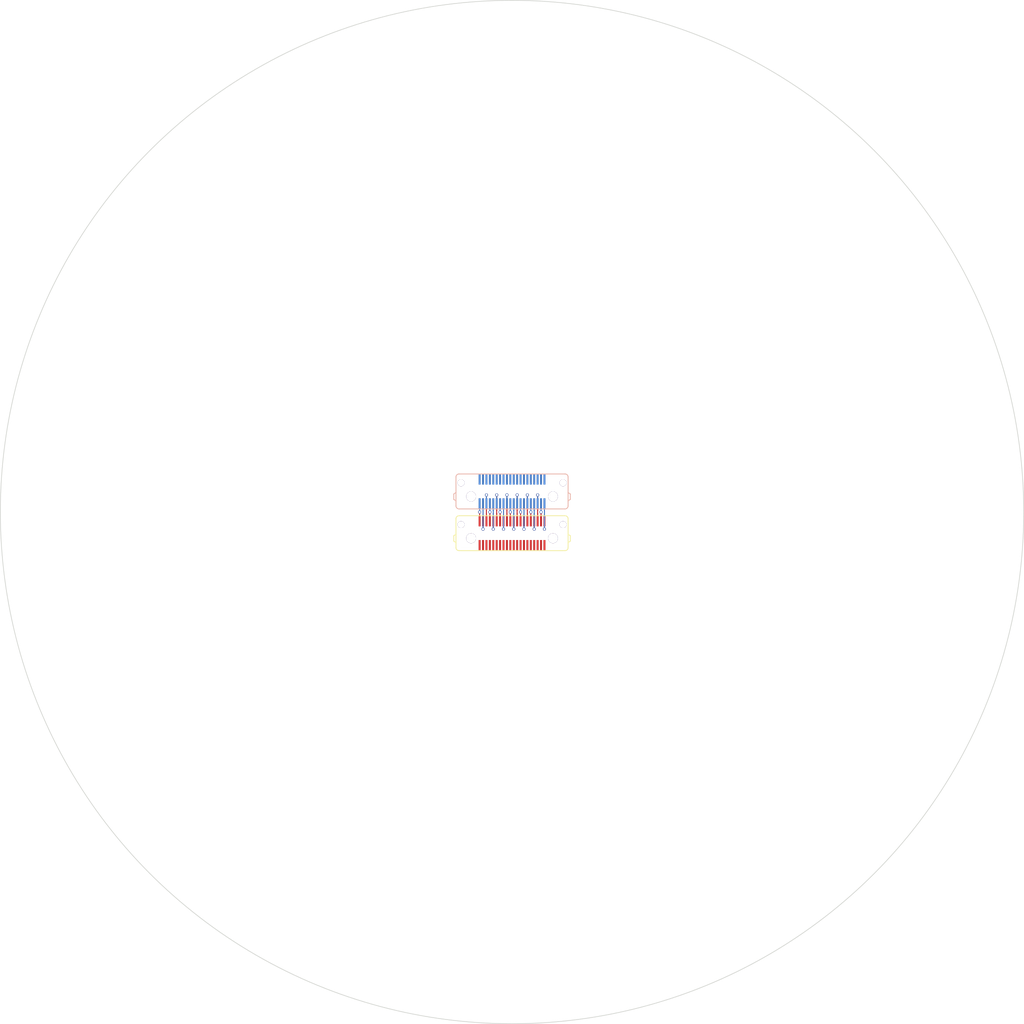
<source format=kicad_pcb>
(kicad_pcb (version 20171130) (host pcbnew "(5.1.0)-1")

  (general
    (thickness 1.6)
    (drawings 1)
    (tracks 112)
    (zones 0)
    (modules 2)
    (nets 61)
  )

  (page A4)
  (layers
    (0 F.Cu signal)
    (31 B.Cu signal)
    (32 B.Adhes user)
    (33 F.Adhes user)
    (34 B.Paste user)
    (35 F.Paste user)
    (36 B.SilkS user)
    (37 F.SilkS user)
    (38 B.Mask user)
    (39 F.Mask user)
    (40 Dwgs.User user)
    (41 Cmts.User user)
    (42 Eco1.User user)
    (43 Eco2.User user)
    (44 Edge.Cuts user)
    (45 Margin user)
    (46 B.CrtYd user)
    (47 F.CrtYd user)
    (48 B.Fab user)
    (49 F.Fab user)
  )

  (setup
    (last_trace_width 0.254)
    (user_trace_width 0.1524)
    (trace_clearance 0.2)
    (zone_clearance 0.508)
    (zone_45_only no)
    (trace_min 0.1524)
    (via_size 0.8)
    (via_drill 0.4)
    (via_min_size 0.3)
    (via_min_drill 0.3)
    (uvia_size 0.3)
    (uvia_drill 0.1)
    (uvias_allowed no)
    (uvia_min_size 0.2)
    (uvia_min_drill 0.1)
    (edge_width 0.1)
    (segment_width 0.2)
    (pcb_text_width 0.3)
    (pcb_text_size 1.5 1.5)
    (mod_edge_width 0.15)
    (mod_text_size 1 1)
    (mod_text_width 0.15)
    (pad_size 1.524 1.524)
    (pad_drill 0.762)
    (pad_to_mask_clearance 0)
    (aux_axis_origin 0 0)
    (visible_elements 7FFFFFFF)
    (pcbplotparams
      (layerselection 0x010fc_ffffffff)
      (usegerberextensions false)
      (usegerberattributes false)
      (usegerberadvancedattributes false)
      (creategerberjobfile false)
      (excludeedgelayer true)
      (linewidth 0.100000)
      (plotframeref false)
      (viasonmask false)
      (mode 1)
      (useauxorigin false)
      (hpglpennumber 1)
      (hpglpenspeed 20)
      (hpglpendiameter 15.000000)
      (psnegative false)
      (psa4output false)
      (plotreference true)
      (plotvalue true)
      (plotinvisibletext false)
      (padsonsilk false)
      (subtractmaskfromsilk false)
      (outputformat 1)
      (mirror false)
      (drillshape 1)
      (scaleselection 1)
      (outputdirectory ""))
  )

  (net 0 "")
  (net 1 "Net-(U1-Pad40)")
  (net 2 "Net-(U1-Pad39)")
  (net 3 "Net-(U1-Pad38)")
  (net 4 "Net-(U1-Pad37)")
  (net 5 "Net-(U1-Pad36)")
  (net 6 "Net-(U1-Pad35)")
  (net 7 "Net-(U1-Pad34)")
  (net 8 "Net-(U1-Pad33)")
  (net 9 "Net-(U1-Pad32)")
  (net 10 "Net-(U1-Pad31)")
  (net 11 "Net-(U1-Pad30)")
  (net 12 "Net-(U1-Pad29)")
  (net 13 "Net-(U1-Pad28)")
  (net 14 "Net-(U1-Pad27)")
  (net 15 "Net-(U1-Pad26)")
  (net 16 "Net-(U1-Pad25)")
  (net 17 "Net-(U1-Pad24)")
  (net 18 "Net-(U1-Pad23)")
  (net 19 "Net-(U1-Pad22)")
  (net 20 "Net-(U1-Pad21)")
  (net 21 "Net-(U1-Pad20)")
  (net 22 "Net-(U1-Pad19)")
  (net 23 "Net-(U1-Pad18)")
  (net 24 "Net-(U1-Pad17)")
  (net 25 "Net-(U1-Pad16)")
  (net 26 "Net-(U1-Pad15)")
  (net 27 "Net-(U1-Pad14)")
  (net 28 "Net-(U1-Pad13)")
  (net 29 "Net-(U1-Pad12)")
  (net 30 "Net-(U1-Pad11)")
  (net 31 "Net-(U1-Pad10)")
  (net 32 "Net-(U1-Pad9)")
  (net 33 "Net-(U1-Pad8)")
  (net 34 "Net-(U1-Pad7)")
  (net 35 "Net-(U1-Pad6)")
  (net 36 "Net-(U1-Pad5)")
  (net 37 "Net-(U1-Pad4)")
  (net 38 "Net-(U1-Pad3)")
  (net 39 "Net-(U1-Pad2)")
  (net 40 "Net-(U1-Pad1)")
  (net 41 "Net-(U2-Pad1)")
  (net 42 "Net-(U2-Pad3)")
  (net 43 "Net-(U2-Pad5)")
  (net 44 "Net-(U2-Pad7)")
  (net 45 "Net-(U2-Pad9)")
  (net 46 "Net-(U2-Pad11)")
  (net 47 "Net-(U2-Pad13)")
  (net 48 "Net-(U2-Pad15)")
  (net 49 "Net-(U2-Pad17)")
  (net 50 "Net-(U2-Pad19)")
  (net 51 "Net-(U2-Pad21)")
  (net 52 "Net-(U2-Pad23)")
  (net 53 "Net-(U2-Pad25)")
  (net 54 "Net-(U2-Pad27)")
  (net 55 "Net-(U2-Pad29)")
  (net 56 "Net-(U2-Pad31)")
  (net 57 "Net-(U2-Pad33)")
  (net 58 "Net-(U2-Pad35)")
  (net 59 "Net-(U2-Pad37)")
  (net 60 "Net-(U2-Pad39)")

  (net_class Default "This is the default net class."
    (clearance 0.2)
    (trace_width 0.254)
    (via_dia 0.8)
    (via_drill 0.4)
    (uvia_dia 0.3)
    (uvia_drill 0.1)
    (add_net "Net-(U1-Pad1)")
    (add_net "Net-(U1-Pad10)")
    (add_net "Net-(U1-Pad11)")
    (add_net "Net-(U1-Pad12)")
    (add_net "Net-(U1-Pad13)")
    (add_net "Net-(U1-Pad14)")
    (add_net "Net-(U1-Pad15)")
    (add_net "Net-(U1-Pad16)")
    (add_net "Net-(U1-Pad17)")
    (add_net "Net-(U1-Pad18)")
    (add_net "Net-(U1-Pad19)")
    (add_net "Net-(U1-Pad2)")
    (add_net "Net-(U1-Pad20)")
    (add_net "Net-(U1-Pad21)")
    (add_net "Net-(U1-Pad22)")
    (add_net "Net-(U1-Pad23)")
    (add_net "Net-(U1-Pad24)")
    (add_net "Net-(U1-Pad25)")
    (add_net "Net-(U1-Pad26)")
    (add_net "Net-(U1-Pad27)")
    (add_net "Net-(U1-Pad28)")
    (add_net "Net-(U1-Pad29)")
    (add_net "Net-(U1-Pad3)")
    (add_net "Net-(U1-Pad30)")
    (add_net "Net-(U1-Pad31)")
    (add_net "Net-(U1-Pad32)")
    (add_net "Net-(U1-Pad33)")
    (add_net "Net-(U1-Pad34)")
    (add_net "Net-(U1-Pad35)")
    (add_net "Net-(U1-Pad36)")
    (add_net "Net-(U1-Pad37)")
    (add_net "Net-(U1-Pad38)")
    (add_net "Net-(U1-Pad39)")
    (add_net "Net-(U1-Pad4)")
    (add_net "Net-(U1-Pad40)")
    (add_net "Net-(U1-Pad5)")
    (add_net "Net-(U1-Pad6)")
    (add_net "Net-(U1-Pad7)")
    (add_net "Net-(U1-Pad8)")
    (add_net "Net-(U1-Pad9)")
    (add_net "Net-(U2-Pad1)")
    (add_net "Net-(U2-Pad11)")
    (add_net "Net-(U2-Pad13)")
    (add_net "Net-(U2-Pad15)")
    (add_net "Net-(U2-Pad17)")
    (add_net "Net-(U2-Pad19)")
    (add_net "Net-(U2-Pad21)")
    (add_net "Net-(U2-Pad23)")
    (add_net "Net-(U2-Pad25)")
    (add_net "Net-(U2-Pad27)")
    (add_net "Net-(U2-Pad29)")
    (add_net "Net-(U2-Pad3)")
    (add_net "Net-(U2-Pad31)")
    (add_net "Net-(U2-Pad33)")
    (add_net "Net-(U2-Pad35)")
    (add_net "Net-(U2-Pad37)")
    (add_net "Net-(U2-Pad39)")
    (add_net "Net-(U2-Pad5)")
    (add_net "Net-(U2-Pad7)")
    (add_net "Net-(U2-Pad9)")
  )

  (module test:LSHM (layer B.Cu) (tedit 5C92D182) (tstamp 5CA535A5)
    (at 103.25 97.98 180)
    (path /5C92FA02)
    (fp_text reference U1 (at 0 4 180) (layer B.SilkS) hide
      (effects (font (size 1 1) (thickness 0.15)) (justify mirror))
    )
    (fp_text value LSHM (at 10.54 0.19 180) (layer B.Fab) hide
      (effects (font (size 1 1) (thickness 0.15)) (justify mirror))
    )
    (fp_arc (start 7.77 2.11) (end 7.77 2.56) (angle -90) (layer B.SilkS) (width 0.12))
    (fp_arc (start -7.77 2.11) (end -8.22 2.11) (angle -90) (layer B.SilkS) (width 0.12))
    (fp_arc (start 7.77 -2.11) (end 8.22 -2.11) (angle -90) (layer B.SilkS) (width 0.12))
    (fp_arc (start -7.77 -2.11) (end -7.77 -2.56) (angle -90) (layer B.SilkS) (width 0.12))
    (fp_line (start -7.77 -2.56) (end 7.77 -2.56) (layer B.SilkS) (width 0.12))
    (fp_line (start -7.77 2.56) (end 7.77 2.56) (layer B.SilkS) (width 0.12))
    (fp_line (start 8.22 -2.11) (end 8.22 2.11) (layer B.SilkS) (width 0.12))
    (fp_line (start -8.22 2.11) (end -8.22 -2.11) (layer B.SilkS) (width 0.12))
    (fp_line (start -8.54 -0.37) (end -8.54 -1.17) (layer B.SilkS) (width 0.12))
    (fp_line (start -8.54 -1.17) (end -8.22 -1.37) (layer B.SilkS) (width 0.12))
    (fp_line (start 8.54 -1.17) (end 8.22 -1.37) (layer B.SilkS) (width 0.12))
    (fp_line (start 8.54 -0.37) (end 8.54 -1.17) (layer B.SilkS) (width 0.12))
    (fp_line (start 8.54 -0.37) (end 8.22 -0.17) (layer B.SilkS) (width 0.12))
    (fp_line (start -8.54 -0.37) (end -8.22 -0.17) (layer B.SilkS) (width 0.12))
    (pad 41 thru_hole circle (at 6 -0.74 180) (size 1.45 1.45) (drill 1.45) (layers *.Cu *.Mask))
    (pad 41 thru_hole circle (at -6 -0.74 180) (size 1.45 1.45) (drill 1.45) (layers *.Cu *.Mask))
    (pad 41 thru_hole circle (at 7.475 1.26 180) (size 1 1) (drill 1) (layers *.Cu *.Mask))
    (pad 41 thru_hole circle (at -7.475 1.26 180) (size 1 1) (drill 1) (layers *.Cu *.Mask))
    (pad 40 smd rect (at -4.75 1.75 180) (size 0.3 1.5) (layers B.Cu B.Paste B.Mask)
      (net 1 "Net-(U1-Pad40)"))
    (pad 39 smd rect (at -4.75 -1.75 180) (size 0.3 1.5) (layers B.Cu B.Paste B.Mask)
      (net 2 "Net-(U1-Pad39)"))
    (pad 38 smd rect (at -4.25 1.75 180) (size 0.3 1.5) (layers B.Cu B.Paste B.Mask)
      (net 3 "Net-(U1-Pad38)"))
    (pad 37 smd rect (at -4.25 -1.75 180) (size 0.3 1.5) (layers B.Cu B.Paste B.Mask)
      (net 4 "Net-(U1-Pad37)"))
    (pad 36 smd rect (at -3.75 1.75 180) (size 0.3 1.5) (layers B.Cu B.Paste B.Mask)
      (net 5 "Net-(U1-Pad36)"))
    (pad 35 smd rect (at -3.75 -1.75 180) (size 0.3 1.5) (layers B.Cu B.Paste B.Mask)
      (net 6 "Net-(U1-Pad35)"))
    (pad 34 smd rect (at -3.25 1.75 180) (size 0.3 1.5) (layers B.Cu B.Paste B.Mask)
      (net 7 "Net-(U1-Pad34)"))
    (pad 33 smd rect (at -3.25 -1.75 180) (size 0.3 1.5) (layers B.Cu B.Paste B.Mask)
      (net 8 "Net-(U1-Pad33)"))
    (pad 32 smd rect (at -2.75 1.75 180) (size 0.3 1.5) (layers B.Cu B.Paste B.Mask)
      (net 9 "Net-(U1-Pad32)"))
    (pad 31 smd rect (at -2.75 -1.75 180) (size 0.3 1.5) (layers B.Cu B.Paste B.Mask)
      (net 10 "Net-(U1-Pad31)"))
    (pad 30 smd rect (at -2.25 1.75 180) (size 0.3 1.5) (layers B.Cu B.Paste B.Mask)
      (net 11 "Net-(U1-Pad30)"))
    (pad 29 smd rect (at -2.25 -1.75 180) (size 0.3 1.5) (layers B.Cu B.Paste B.Mask)
      (net 12 "Net-(U1-Pad29)"))
    (pad 28 smd rect (at -1.75 1.75 180) (size 0.3 1.5) (layers B.Cu B.Paste B.Mask)
      (net 13 "Net-(U1-Pad28)"))
    (pad 27 smd rect (at -1.75 -1.75 180) (size 0.3 1.5) (layers B.Cu B.Paste B.Mask)
      (net 14 "Net-(U1-Pad27)"))
    (pad 26 smd rect (at -1.25 1.75 180) (size 0.3 1.5) (layers B.Cu B.Paste B.Mask)
      (net 15 "Net-(U1-Pad26)"))
    (pad 25 smd rect (at -1.25 -1.75 180) (size 0.3 1.5) (layers B.Cu B.Paste B.Mask)
      (net 16 "Net-(U1-Pad25)"))
    (pad 24 smd rect (at -0.75 1.75 180) (size 0.3 1.5) (layers B.Cu B.Paste B.Mask)
      (net 17 "Net-(U1-Pad24)"))
    (pad 23 smd rect (at -0.75 -1.75 180) (size 0.3 1.5) (layers B.Cu B.Paste B.Mask)
      (net 18 "Net-(U1-Pad23)"))
    (pad 22 smd rect (at -0.25 1.75 180) (size 0.3 1.5) (layers B.Cu B.Paste B.Mask)
      (net 19 "Net-(U1-Pad22)"))
    (pad 21 smd rect (at -0.25 -1.75 180) (size 0.3 1.5) (layers B.Cu B.Paste B.Mask)
      (net 20 "Net-(U1-Pad21)"))
    (pad 20 smd rect (at 0.25 1.75 180) (size 0.3 1.5) (layers B.Cu B.Paste B.Mask)
      (net 21 "Net-(U1-Pad20)"))
    (pad 19 smd rect (at 0.25 -1.75 180) (size 0.3 1.5) (layers B.Cu B.Paste B.Mask)
      (net 22 "Net-(U1-Pad19)"))
    (pad 18 smd rect (at 0.75 1.75 180) (size 0.3 1.5) (layers B.Cu B.Paste B.Mask)
      (net 23 "Net-(U1-Pad18)"))
    (pad 17 smd rect (at 0.75 -1.75 180) (size 0.3 1.5) (layers B.Cu B.Paste B.Mask)
      (net 24 "Net-(U1-Pad17)"))
    (pad 16 smd rect (at 1.25 1.75 180) (size 0.3 1.5) (layers B.Cu B.Paste B.Mask)
      (net 25 "Net-(U1-Pad16)"))
    (pad 15 smd rect (at 1.25 -1.75 180) (size 0.3 1.5) (layers B.Cu B.Paste B.Mask)
      (net 26 "Net-(U1-Pad15)"))
    (pad 14 smd rect (at 1.75 1.75 180) (size 0.3 1.5) (layers B.Cu B.Paste B.Mask)
      (net 27 "Net-(U1-Pad14)"))
    (pad 13 smd rect (at 1.75 -1.75 180) (size 0.3 1.5) (layers B.Cu B.Paste B.Mask)
      (net 28 "Net-(U1-Pad13)"))
    (pad 12 smd rect (at 2.25 1.75 180) (size 0.3 1.5) (layers B.Cu B.Paste B.Mask)
      (net 29 "Net-(U1-Pad12)"))
    (pad 11 smd rect (at 2.25 -1.75 180) (size 0.3 1.5) (layers B.Cu B.Paste B.Mask)
      (net 30 "Net-(U1-Pad11)"))
    (pad 10 smd rect (at 2.75 1.75 180) (size 0.3 1.5) (layers B.Cu B.Paste B.Mask)
      (net 31 "Net-(U1-Pad10)"))
    (pad 9 smd rect (at 2.75 -1.75 180) (size 0.3 1.5) (layers B.Cu B.Paste B.Mask)
      (net 32 "Net-(U1-Pad9)"))
    (pad 8 smd rect (at 3.25 1.75 180) (size 0.3 1.5) (layers B.Cu B.Paste B.Mask)
      (net 33 "Net-(U1-Pad8)"))
    (pad 7 smd rect (at 3.25 -1.75 180) (size 0.3 1.5) (layers B.Cu B.Paste B.Mask)
      (net 34 "Net-(U1-Pad7)"))
    (pad 6 smd rect (at 3.75 1.75 180) (size 0.3 1.5) (layers B.Cu B.Paste B.Mask)
      (net 35 "Net-(U1-Pad6)"))
    (pad 5 smd rect (at 3.75 -1.75 180) (size 0.3 1.5) (layers B.Cu B.Paste B.Mask)
      (net 36 "Net-(U1-Pad5)"))
    (pad 4 smd rect (at 4.25 1.75 180) (size 0.3 1.5) (layers B.Cu B.Paste B.Mask)
      (net 37 "Net-(U1-Pad4)"))
    (pad 3 smd rect (at 4.25 -1.75 180) (size 0.3 1.5) (layers B.Cu B.Paste B.Mask)
      (net 38 "Net-(U1-Pad3)"))
    (pad 2 smd rect (at 4.75 1.75 180) (size 0.3 1.5) (layers B.Cu B.Paste B.Mask)
      (net 39 "Net-(U1-Pad2)"))
    (pad 1 smd rect (at 4.75 -1.75 180) (size 0.3 1.5) (layers B.Cu B.Paste B.Mask)
      (net 40 "Net-(U1-Pad1)"))
  )

  (module test:LSHM (layer F.Cu) (tedit 5C92D182) (tstamp 5CA535E3)
    (at 103.25 104.1)
    (path /5CA5CA20)
    (fp_text reference U2 (at 0 3.85) (layer F.SilkS) hide
      (effects (font (size 1 1) (thickness 0.15)))
    )
    (fp_text value LSHM (at 11.05 0.04) (layer F.Fab) hide
      (effects (font (size 1 1) (thickness 0.15)))
    )
    (fp_line (start -8.54 0.37) (end -8.22 0.17) (layer F.SilkS) (width 0.12))
    (fp_line (start 8.54 0.37) (end 8.22 0.17) (layer F.SilkS) (width 0.12))
    (fp_line (start 8.54 0.37) (end 8.54 1.17) (layer F.SilkS) (width 0.12))
    (fp_line (start 8.54 1.17) (end 8.22 1.37) (layer F.SilkS) (width 0.12))
    (fp_line (start -8.54 1.17) (end -8.22 1.37) (layer F.SilkS) (width 0.12))
    (fp_line (start -8.54 0.37) (end -8.54 1.17) (layer F.SilkS) (width 0.12))
    (fp_line (start -8.22 -2.11) (end -8.22 2.11) (layer F.SilkS) (width 0.12))
    (fp_line (start 8.22 2.11) (end 8.22 -2.11) (layer F.SilkS) (width 0.12))
    (fp_line (start -7.77 -2.56) (end 7.77 -2.56) (layer F.SilkS) (width 0.12))
    (fp_line (start -7.77 2.56) (end 7.77 2.56) (layer F.SilkS) (width 0.12))
    (fp_arc (start -7.77 2.11) (end -7.77 2.56) (angle 90) (layer F.SilkS) (width 0.12))
    (fp_arc (start 7.77 2.11) (end 8.22 2.11) (angle 90) (layer F.SilkS) (width 0.12))
    (fp_arc (start -7.77 -2.11) (end -8.22 -2.11) (angle 90) (layer F.SilkS) (width 0.12))
    (fp_arc (start 7.77 -2.11) (end 7.77 -2.56) (angle 90) (layer F.SilkS) (width 0.12))
    (pad 1 smd rect (at 4.75 1.75) (size 0.3 1.5) (layers F.Cu F.Paste F.Mask)
      (net 41 "Net-(U2-Pad1)"))
    (pad 2 smd rect (at 4.75 -1.75) (size 0.3 1.5) (layers F.Cu F.Paste F.Mask)
      (net 2 "Net-(U1-Pad39)"))
    (pad 3 smd rect (at 4.25 1.75) (size 0.3 1.5) (layers F.Cu F.Paste F.Mask)
      (net 42 "Net-(U2-Pad3)"))
    (pad 4 smd rect (at 4.25 -1.75) (size 0.3 1.5) (layers F.Cu F.Paste F.Mask)
      (net 4 "Net-(U1-Pad37)"))
    (pad 5 smd rect (at 3.75 1.75) (size 0.3 1.5) (layers F.Cu F.Paste F.Mask)
      (net 43 "Net-(U2-Pad5)"))
    (pad 6 smd rect (at 3.75 -1.75) (size 0.3 1.5) (layers F.Cu F.Paste F.Mask)
      (net 6 "Net-(U1-Pad35)"))
    (pad 7 smd rect (at 3.25 1.75) (size 0.3 1.5) (layers F.Cu F.Paste F.Mask)
      (net 44 "Net-(U2-Pad7)"))
    (pad 8 smd rect (at 3.25 -1.75) (size 0.3 1.5) (layers F.Cu F.Paste F.Mask)
      (net 8 "Net-(U1-Pad33)"))
    (pad 9 smd rect (at 2.75 1.75) (size 0.3 1.5) (layers F.Cu F.Paste F.Mask)
      (net 45 "Net-(U2-Pad9)"))
    (pad 10 smd rect (at 2.75 -1.75) (size 0.3 1.5) (layers F.Cu F.Paste F.Mask)
      (net 10 "Net-(U1-Pad31)"))
    (pad 11 smd rect (at 2.25 1.75) (size 0.3 1.5) (layers F.Cu F.Paste F.Mask)
      (net 46 "Net-(U2-Pad11)"))
    (pad 12 smd rect (at 2.25 -1.75) (size 0.3 1.5) (layers F.Cu F.Paste F.Mask)
      (net 12 "Net-(U1-Pad29)"))
    (pad 13 smd rect (at 1.75 1.75) (size 0.3 1.5) (layers F.Cu F.Paste F.Mask)
      (net 47 "Net-(U2-Pad13)"))
    (pad 14 smd rect (at 1.75 -1.75) (size 0.3 1.5) (layers F.Cu F.Paste F.Mask)
      (net 14 "Net-(U1-Pad27)"))
    (pad 15 smd rect (at 1.25 1.75) (size 0.3 1.5) (layers F.Cu F.Paste F.Mask)
      (net 48 "Net-(U2-Pad15)"))
    (pad 16 smd rect (at 1.25 -1.75) (size 0.3 1.5) (layers F.Cu F.Paste F.Mask)
      (net 16 "Net-(U1-Pad25)"))
    (pad 17 smd rect (at 0.75 1.75) (size 0.3 1.5) (layers F.Cu F.Paste F.Mask)
      (net 49 "Net-(U2-Pad17)"))
    (pad 18 smd rect (at 0.75 -1.75) (size 0.3 1.5) (layers F.Cu F.Paste F.Mask)
      (net 18 "Net-(U1-Pad23)"))
    (pad 19 smd rect (at 0.25 1.75) (size 0.3 1.5) (layers F.Cu F.Paste F.Mask)
      (net 50 "Net-(U2-Pad19)"))
    (pad 20 smd rect (at 0.25 -1.75) (size 0.3 1.5) (layers F.Cu F.Paste F.Mask)
      (net 20 "Net-(U1-Pad21)"))
    (pad 21 smd rect (at -0.25 1.75) (size 0.3 1.5) (layers F.Cu F.Paste F.Mask)
      (net 51 "Net-(U2-Pad21)"))
    (pad 22 smd rect (at -0.25 -1.75) (size 0.3 1.5) (layers F.Cu F.Paste F.Mask)
      (net 22 "Net-(U1-Pad19)"))
    (pad 23 smd rect (at -0.75 1.75) (size 0.3 1.5) (layers F.Cu F.Paste F.Mask)
      (net 52 "Net-(U2-Pad23)"))
    (pad 24 smd rect (at -0.75 -1.75) (size 0.3 1.5) (layers F.Cu F.Paste F.Mask)
      (net 24 "Net-(U1-Pad17)"))
    (pad 25 smd rect (at -1.25 1.75) (size 0.3 1.5) (layers F.Cu F.Paste F.Mask)
      (net 53 "Net-(U2-Pad25)"))
    (pad 26 smd rect (at -1.25 -1.75) (size 0.3 1.5) (layers F.Cu F.Paste F.Mask)
      (net 26 "Net-(U1-Pad15)"))
    (pad 27 smd rect (at -1.75 1.75) (size 0.3 1.5) (layers F.Cu F.Paste F.Mask)
      (net 54 "Net-(U2-Pad27)"))
    (pad 28 smd rect (at -1.75 -1.75) (size 0.3 1.5) (layers F.Cu F.Paste F.Mask)
      (net 28 "Net-(U1-Pad13)"))
    (pad 29 smd rect (at -2.25 1.75) (size 0.3 1.5) (layers F.Cu F.Paste F.Mask)
      (net 55 "Net-(U2-Pad29)"))
    (pad 30 smd rect (at -2.25 -1.75) (size 0.3 1.5) (layers F.Cu F.Paste F.Mask)
      (net 30 "Net-(U1-Pad11)"))
    (pad 31 smd rect (at -2.75 1.75) (size 0.3 1.5) (layers F.Cu F.Paste F.Mask)
      (net 56 "Net-(U2-Pad31)"))
    (pad 32 smd rect (at -2.75 -1.75) (size 0.3 1.5) (layers F.Cu F.Paste F.Mask)
      (net 32 "Net-(U1-Pad9)"))
    (pad 33 smd rect (at -3.25 1.75) (size 0.3 1.5) (layers F.Cu F.Paste F.Mask)
      (net 57 "Net-(U2-Pad33)"))
    (pad 34 smd rect (at -3.25 -1.75) (size 0.3 1.5) (layers F.Cu F.Paste F.Mask)
      (net 34 "Net-(U1-Pad7)"))
    (pad 35 smd rect (at -3.75 1.75) (size 0.3 1.5) (layers F.Cu F.Paste F.Mask)
      (net 58 "Net-(U2-Pad35)"))
    (pad 36 smd rect (at -3.75 -1.75) (size 0.3 1.5) (layers F.Cu F.Paste F.Mask)
      (net 36 "Net-(U1-Pad5)"))
    (pad 37 smd rect (at -4.25 1.75) (size 0.3 1.5) (layers F.Cu F.Paste F.Mask)
      (net 59 "Net-(U2-Pad37)"))
    (pad 38 smd rect (at -4.25 -1.75) (size 0.3 1.5) (layers F.Cu F.Paste F.Mask)
      (net 38 "Net-(U1-Pad3)"))
    (pad 39 smd rect (at -4.75 1.75) (size 0.3 1.5) (layers F.Cu F.Paste F.Mask)
      (net 60 "Net-(U2-Pad39)"))
    (pad 40 smd rect (at -4.75 -1.75) (size 0.3 1.5) (layers F.Cu F.Paste F.Mask)
      (net 40 "Net-(U1-Pad1)"))
    (pad 41 thru_hole circle (at -7.475 -1.26) (size 1 1) (drill 1) (layers *.Cu *.Mask))
    (pad 41 thru_hole circle (at 7.475 -1.26) (size 1 1) (drill 1) (layers *.Cu *.Mask))
    (pad 41 thru_hole circle (at -6 0.74) (size 1.45 1.45) (drill 1.45) (layers *.Cu *.Mask))
    (pad 41 thru_hole circle (at 6 0.74) (size 1.45 1.45) (drill 1.45) (layers *.Cu *.Mask))
  )

  (gr_circle (center 103.25 101) (end 178.25 101) (layer Edge.Cuts) (width 0.1))

  (via (at 108 103.5) (size 0.4524) (drill 0.3) (layers F.Cu B.Cu) (net 2) (tstamp 5CA54237))
  (segment (start 108 102.35) (end 108 103.5) (width 0.1524) (layer F.Cu) (net 2))
  (segment (start 108.002401 100.758847) (end 108.002401 101.497599) (width 0.1524) (layer B.Cu) (net 2))
  (segment (start 108 99.73) (end 108 100.756446) (width 0.1524) (layer B.Cu) (net 2))
  (segment (start 108 100.756446) (end 108.002401 100.758847) (width 0.1524) (layer B.Cu) (net 2))
  (segment (start 108 101.5) (end 108 103.5) (width 0.1524) (layer B.Cu) (net 2))
  (segment (start 108.002401 101.497599) (end 108 101.5) (width 0.1524) (layer B.Cu) (net 2))
  (via (at 107.5 101) (size 0.4524) (drill 0.3) (layers F.Cu B.Cu) (net 4) (tstamp 5CA54237))
  (segment (start 107.5 99.73) (end 107.5 101) (width 0.1524) (layer B.Cu) (net 4))
  (segment (start 107.5 102.35) (end 107.5 101) (width 0.1524) (layer F.Cu) (net 4))
  (via (at 107 98.5) (size 0.4524) (drill 0.3) (layers F.Cu B.Cu) (net 6) (tstamp 5CA54237))
  (segment (start 107 99.73) (end 107 98.5) (width 0.1524) (layer B.Cu) (net 6))
  (segment (start 106.997599 101.241153) (end 106.997599 100.752401) (width 0.1524) (layer F.Cu) (net 6))
  (segment (start 107 102.35) (end 107 101.243554) (width 0.1524) (layer F.Cu) (net 6))
  (segment (start 107 101.243554) (end 106.997599 101.241153) (width 0.1524) (layer F.Cu) (net 6))
  (segment (start 107 100.75) (end 107 98.5) (width 0.1524) (layer F.Cu) (net 6))
  (segment (start 106.997599 100.752401) (end 107 100.75) (width 0.1524) (layer F.Cu) (net 6))
  (via (at 106.5 103.5) (size 0.4524) (drill 0.3) (layers F.Cu B.Cu) (net 8) (tstamp 5CA54237))
  (segment (start 106.5 102.35) (end 106.5 103.5) (width 0.1524) (layer F.Cu) (net 8))
  (segment (start 106.502401 100.758847) (end 106.502401 101.247599) (width 0.1524) (layer B.Cu) (net 8))
  (segment (start 106.5 99.73) (end 106.5 100.756446) (width 0.1524) (layer B.Cu) (net 8))
  (segment (start 106.5 100.756446) (end 106.502401 100.758847) (width 0.1524) (layer B.Cu) (net 8))
  (segment (start 106.5 101.25) (end 106.5 103.5) (width 0.1524) (layer B.Cu) (net 8))
  (segment (start 106.502401 101.247599) (end 106.5 101.25) (width 0.1524) (layer B.Cu) (net 8))
  (via (at 106 101) (size 0.4524) (drill 0.3) (layers F.Cu B.Cu) (net 10) (tstamp 5CA54237))
  (segment (start 106 99.73) (end 106 101) (width 0.1524) (layer B.Cu) (net 10))
  (segment (start 106 102.35) (end 106 101) (width 0.1524) (layer F.Cu) (net 10))
  (via (at 105.5 98.5) (size 0.4524) (drill 0.3) (layers F.Cu B.Cu) (net 12) (tstamp 5CA54237))
  (segment (start 105.5 99.73) (end 105.5 98.5) (width 0.1524) (layer B.Cu) (net 12))
  (segment (start 105.497599 101.241153) (end 105.497599 100.752401) (width 0.1524) (layer F.Cu) (net 12))
  (segment (start 105.5 102.35) (end 105.5 101.243554) (width 0.1524) (layer F.Cu) (net 12))
  (segment (start 105.5 101.243554) (end 105.497599 101.241153) (width 0.1524) (layer F.Cu) (net 12))
  (segment (start 105.5 100.75) (end 105.5 98.5) (width 0.1524) (layer F.Cu) (net 12))
  (segment (start 105.497599 100.752401) (end 105.5 100.75) (width 0.1524) (layer F.Cu) (net 12))
  (via (at 105 103.5) (size 0.4524) (drill 0.3) (layers F.Cu B.Cu) (net 14) (tstamp 5CA54237))
  (segment (start 105 102.35) (end 105 103.5) (width 0.1524) (layer F.Cu) (net 14))
  (segment (start 105.002401 100.758847) (end 105.002401 101.247599) (width 0.1524) (layer B.Cu) (net 14))
  (segment (start 105 99.73) (end 105 100.756446) (width 0.1524) (layer B.Cu) (net 14))
  (segment (start 105 100.756446) (end 105.002401 100.758847) (width 0.1524) (layer B.Cu) (net 14))
  (segment (start 105 101.25) (end 105 103.5) (width 0.1524) (layer B.Cu) (net 14))
  (segment (start 105.002401 101.247599) (end 105 101.25) (width 0.1524) (layer B.Cu) (net 14))
  (via (at 104.5 101) (size 0.4524) (drill 0.3) (layers F.Cu B.Cu) (net 16) (tstamp 5CA54237))
  (segment (start 104.5 99.73) (end 104.5 101) (width 0.1524) (layer B.Cu) (net 16))
  (segment (start 104.5 102.35) (end 104.5 101) (width 0.1524) (layer F.Cu) (net 16))
  (via (at 104 98.5) (size 0.4524) (drill 0.3) (layers F.Cu B.Cu) (net 18) (tstamp 5CA54237))
  (segment (start 104 99.73) (end 104 98.5) (width 0.1524) (layer B.Cu) (net 18))
  (segment (start 103.997599 101.241153) (end 103.997599 100.752401) (width 0.1524) (layer F.Cu) (net 18))
  (segment (start 104 102.35) (end 104 101.243554) (width 0.1524) (layer F.Cu) (net 18))
  (segment (start 104 101.243554) (end 103.997599 101.241153) (width 0.1524) (layer F.Cu) (net 18))
  (segment (start 104 100.75) (end 104 98.5) (width 0.1524) (layer F.Cu) (net 18))
  (segment (start 103.997599 100.752401) (end 104 100.75) (width 0.1524) (layer F.Cu) (net 18))
  (via (at 103.5 103.5) (size 0.4524) (drill 0.3) (layers F.Cu B.Cu) (net 20) (tstamp 5CA54237))
  (segment (start 103.5 102.35) (end 103.5 103.5) (width 0.1524) (layer F.Cu) (net 20))
  (segment (start 103.502401 100.758847) (end 103.502401 101.247599) (width 0.1524) (layer B.Cu) (net 20))
  (segment (start 103.5 99.73) (end 103.5 100.756446) (width 0.1524) (layer B.Cu) (net 20))
  (segment (start 103.5 100.756446) (end 103.502401 100.758847) (width 0.1524) (layer B.Cu) (net 20))
  (segment (start 103.5 101.25) (end 103.5 103.5) (width 0.1524) (layer B.Cu) (net 20))
  (segment (start 103.502401 101.247599) (end 103.5 101.25) (width 0.1524) (layer B.Cu) (net 20))
  (via (at 103 101) (size 0.4524) (drill 0.3) (layers F.Cu B.Cu) (net 22) (tstamp 5CA54237))
  (segment (start 103 99.73) (end 103 101) (width 0.1524) (layer B.Cu) (net 22))
  (segment (start 103 102.35) (end 103 101) (width 0.1524) (layer F.Cu) (net 22))
  (via (at 102.5 98.5) (size 0.4524) (drill 0.3) (layers F.Cu B.Cu) (net 24) (tstamp 5CA54237))
  (segment (start 102.5 99.73) (end 102.5 98.5) (width 0.1524) (layer B.Cu) (net 24))
  (segment (start 102.497599 101.241153) (end 102.497599 100.752401) (width 0.1524) (layer F.Cu) (net 24))
  (segment (start 102.5 102.35) (end 102.5 101.243554) (width 0.1524) (layer F.Cu) (net 24))
  (segment (start 102.5 101.243554) (end 102.497599 101.241153) (width 0.1524) (layer F.Cu) (net 24))
  (segment (start 102.5 100.75) (end 102.5 98.5) (width 0.1524) (layer F.Cu) (net 24))
  (segment (start 102.497599 100.752401) (end 102.5 100.75) (width 0.1524) (layer F.Cu) (net 24))
  (via (at 102 103.5) (size 0.4524) (drill 0.3) (layers F.Cu B.Cu) (net 26) (tstamp 5CA54237))
  (segment (start 102 102.35) (end 102 103.5) (width 0.1524) (layer F.Cu) (net 26))
  (segment (start 102.002401 100.252401) (end 102.002401 101.497599) (width 0.1524) (layer B.Cu) (net 26))
  (segment (start 102 99.73) (end 102 100.25) (width 0.1524) (layer B.Cu) (net 26))
  (segment (start 102 100.25) (end 102.002401 100.252401) (width 0.1524) (layer B.Cu) (net 26))
  (segment (start 102 101.5) (end 102 103.5) (width 0.1524) (layer B.Cu) (net 26))
  (segment (start 102.002401 101.497599) (end 102 101.5) (width 0.1524) (layer B.Cu) (net 26))
  (via (at 101.5 101) (size 0.4524) (drill 0.3) (layers F.Cu B.Cu) (net 28) (tstamp 5CA54237))
  (segment (start 101.5 99.73) (end 101.5 101) (width 0.1524) (layer B.Cu) (net 28))
  (segment (start 101.5 102.35) (end 101.5 101) (width 0.1524) (layer F.Cu) (net 28))
  (via (at 101 98.5) (size 0.4524) (drill 0.3) (layers F.Cu B.Cu) (net 30) (tstamp 5CA54237))
  (segment (start 101 99.73) (end 101 98.5) (width 0.1524) (layer B.Cu) (net 30))
  (segment (start 100.997599 101.241153) (end 100.997599 100.752401) (width 0.1524) (layer F.Cu) (net 30))
  (segment (start 101 102.35) (end 101 101.243554) (width 0.1524) (layer F.Cu) (net 30))
  (segment (start 101 101.243554) (end 100.997599 101.241153) (width 0.1524) (layer F.Cu) (net 30))
  (segment (start 101 100.75) (end 101 98.5) (width 0.1524) (layer F.Cu) (net 30))
  (segment (start 100.997599 100.752401) (end 101 100.75) (width 0.1524) (layer F.Cu) (net 30))
  (via (at 100.5 103.5) (size 0.4524) (drill 0.3) (layers F.Cu B.Cu) (net 32) (tstamp 5CA54233))
  (segment (start 100.502401 100.758847) (end 100.502401 101.247599) (width 0.1524) (layer B.Cu) (net 32))
  (segment (start 100.5 99.73) (end 100.5 100.756446) (width 0.1524) (layer B.Cu) (net 32))
  (segment (start 100.5 100.756446) (end 100.502401 100.758847) (width 0.1524) (layer B.Cu) (net 32))
  (segment (start 100.5 102.35) (end 100.5 103.5) (width 0.1524) (layer F.Cu) (net 32))
  (segment (start 100.5 101.25) (end 100.5 103.5) (width 0.1524) (layer B.Cu) (net 32))
  (segment (start 100.502401 101.247599) (end 100.5 101.25) (width 0.1524) (layer B.Cu) (net 32))
  (via (at 100 101) (size 0.4524) (drill 0.3) (layers F.Cu B.Cu) (net 34) (tstamp 5CA54237))
  (segment (start 100 99.73) (end 100 101) (width 0.1524) (layer B.Cu) (net 34))
  (segment (start 100 102.35) (end 100 101) (width 0.1524) (layer F.Cu) (net 34))
  (via (at 99.5 98.5) (size 0.4524) (drill 0.3) (layers F.Cu B.Cu) (net 36) (tstamp 5CA54233))
  (segment (start 99.5 99.73) (end 99.5 98.5) (width 0.1524) (layer B.Cu) (net 36))
  (segment (start 99.497599 101.241153) (end 99.497599 100.752401) (width 0.1524) (layer F.Cu) (net 36))
  (segment (start 99.5 102.35) (end 99.5 101.243554) (width 0.1524) (layer F.Cu) (net 36))
  (segment (start 99.5 101.243554) (end 99.497599 101.241153) (width 0.1524) (layer F.Cu) (net 36))
  (segment (start 99.5 100.75) (end 99.5 98.5) (width 0.1524) (layer F.Cu) (net 36))
  (segment (start 99.497599 100.752401) (end 99.5 100.75) (width 0.1524) (layer F.Cu) (net 36))
  (via (at 99 103.5) (size 0.4524) (drill 0.3) (layers F.Cu B.Cu) (net 38))
  (segment (start 99 102.35) (end 99 103.5) (width 0.1524) (layer F.Cu) (net 38))
  (segment (start 99 103.180105) (end 99 103.5) (width 0.1524) (layer B.Cu) (net 38))
  (segment (start 99.002401 103.177704) (end 99 103.180105) (width 0.1524) (layer B.Cu) (net 38))
  (segment (start 99.002401 99.752401) (end 99.002401 103.177704) (width 0.1524) (layer B.Cu) (net 38))
  (segment (start 99 99.75) (end 99.002401 99.752401) (width 0.1524) (layer B.Cu) (net 38))
  (segment (start 99 99.73) (end 99 99.75) (width 0.1524) (layer B.Cu) (net 38))
  (via (at 98.5 101) (size 0.4524) (drill 0.3) (layers F.Cu B.Cu) (net 40))
  (segment (start 98.5 99.73) (end 98.5 101) (width 0.1524) (layer B.Cu) (net 40))
  (segment (start 98.5 102.35) (end 98.5 101) (width 0.1524) (layer F.Cu) (net 40))

)

</source>
